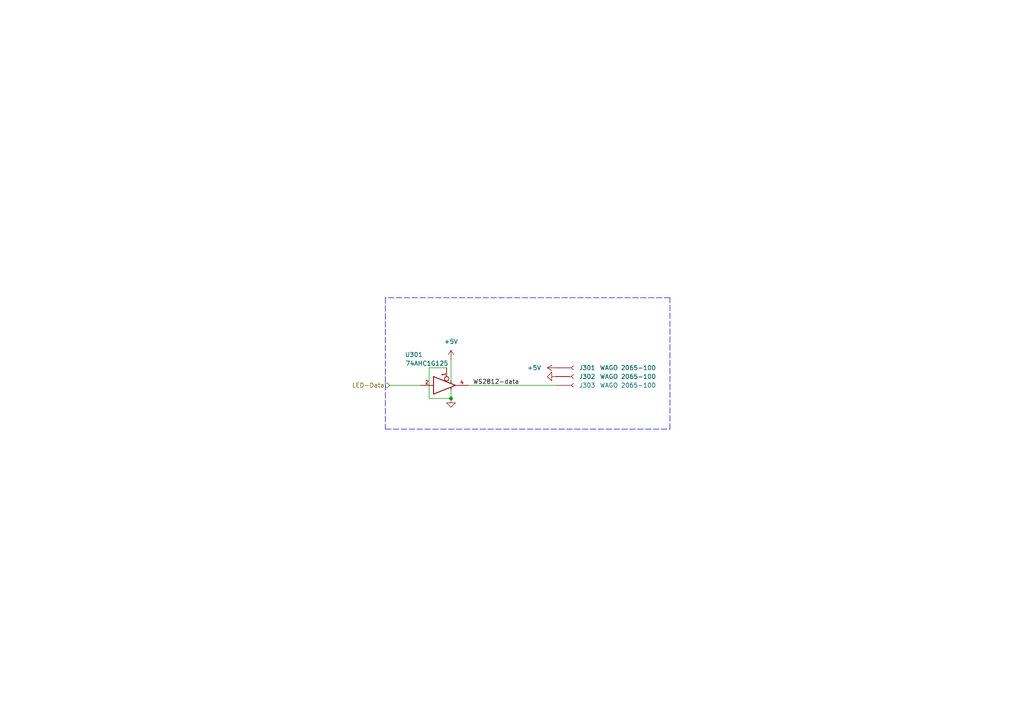
<source format=kicad_sch>
(kicad_sch (version 20250114) (generator "eeschema") (generator_version "9.0")
  (paper "A4")
  (title_block (title "LED Strip") (date "2026-02-11") (rev "2026-02-11") (company "Versio Duo"))
  (lib_symbols
    (symbol "V2_74xGxx:74AHC1G125" (pin_names (offset 1.016))
      (property "Reference" "U" (at -8.89 -3.81 0))
      (property "Value" "74AHC1G125" (at -3.81 -6.35 0))
      (symbol "74AHC1G125_0_1"
        (polyline (pts (xy -3.81 2.54) (xy -3.81 -2.54) (xy 2.54 0) (xy -3.81 2.54)) (stroke (width 0.254)))
      )
      (symbol "74AHC1G125_1_1"
        (pin input line (at -7.62 0 0) (length 3.81) (name "") (number "2"))
        (pin input inverted (at 0 5.08 270) (length 3.81) (name "") (number "1"))
        (pin power_in line (at 1.27 1.27 270) (length 0.635) (name "") (number "5"))
        (pin power_in line (at 1.27 -1.27 90) (length 0.635) (name "") (number "3"))
        (pin tri_state line (at 6.35 0 180) (length 3.81) (name "") (number "4"))
      )
    )
    (symbol "V2_Connector_WAGO:2065" (pin_numbers (hide yes)) (pin_names (offset 1.016) (hide yes))
      (property "Reference" "J" (at 1.524 0 0))
      (property "Value" "WAGO 2065-100" (at 9.144 -2.54 0))
      (symbol "2065_1_1"
        (polyline (pts (xy -1.27 0) (xy -0.508 0)) (stroke (width 0.1524)))
        (arc (start 0 -0.508) (mid -0.5058 0) (end 0 0.508) (stroke (width 0.1524)))
        (pin passive line (at -5.08 0 0) (length 3.81) (name "") (number "1"))
      )
    )
    (symbol "V2_power:+5V" (power) (pin_numbers (hide yes)) (pin_names (offset 0) (hide yes))
      (property "Value" "+5V" (at 0 5.08 0))
      (symbol "+5V_0_1"
        (polyline (pts (xy -0.762 1.27) (xy 0 2.54)))
        (polyline (pts (xy 0 2.54) (xy 0.762 1.27)))
        (polyline (pts (xy 0 0) (xy 0 2.54)))
      )
      (symbol "+5V_1_1"
        (pin power_in line (at 0 0 90) (length 0) (name "~") (number "1"))
      )
    )
    (symbol "V2_power:GND" (power) (pin_numbers (hide yes)) (pin_names (offset 0) (hide yes))
      (symbol "GND_0_1"
        (polyline (pts (xy 0 0) (xy 0 -1.27) (xy 1.27 -1.27) (xy 0 -2.54) (xy -1.27 -1.27) (xy 0 -1.27)))
      )
      (symbol "GND_1_1"
        (pin power_in line (at 0 0 270) (length 0) (name "~") (number "1"))
      )
    )
  )
  (junction (at 130.81 115.57))
  (polyline (pts (xy 194.31 86.36) (xy 111.76 86.36)) (stroke (width 0) (type dash)))
  (wire (pts (xy 113.03 111.76) (xy 121.92 111.76)))
  (wire (pts (xy 130.81 104.14) (xy 130.81 110.49)))
  (polyline (pts (xy 194.31 124.46) (xy 194.31 86.36)) (stroke (width 0) (type dash)))
  (wire (pts (xy 124.46 106.68) (xy 124.46 115.57)))
  (wire (pts (xy 135.89 111.76) (xy 161.29 111.76)))
  (wire (pts (xy 124.46 115.57) (xy 130.81 115.57)))
  (polyline (pts (xy 111.76 86.36) (xy 111.76 124.46)) (stroke (width 0) (type dash)))
  (wire (pts (xy 130.81 113.03) (xy 130.81 115.57)))
  (polyline (pts (xy 111.76 124.46) (xy 194.31 124.46)) (stroke (width 0) (type dash)))
  (wire (pts (xy 129.54 106.68) (xy 124.46 106.68)))
  (label "WS2812-data" (at 137.16 111.76 0))
  (hierarchical_label "LED-Data" (shape input) (at 113.03 111.76 180))
  (symbol (lib_id "V2_power:GND") (at 161.29 109.22 270) (unit 1)
    (property "Reference" "#PWR303" (effects (hide yes)))
    (property "Value" "GND" (effects (hide yes)))
  )
  (symbol (lib_id "V2_Connector_WAGO:2065") (at 166.37 109.22 0) (unit 1)
    (property "Reference" "J302" (at 172.72 109.22 0) (effects (justify right)))
    (property "Value" "WAGO 2065-100" (at 182.118 109.22 0))
    (property "Footprint" "V2_Connector_WAGO:2065-100" (effects (hide yes)))
    (property "Manufacturer" "WAGO" (effects (hide yes)))
    (property "Product" "2065-100/998-403" (effects (hide yes)))
  )
  (symbol (lib_id "V2_power:+5V") (at 130.81 104.14 0) (unit 1)
    (property "Reference" "#PWR301" (effects (hide yes)))
    (property "Value" "+5V" (at 130.81 99.06 0))
  )
  (symbol (lib_id "V2_power:+5V") (at 161.29 106.68 90) (unit 1)
    (property "Reference" "#PWR302" (effects (hide yes)))
    (property "Value" "+5V" (at 154.94 106.68 90))
  )
  (symbol (lib_id "V2_power:GND") (at 130.81 115.57 0) (unit 1)
    (property "Reference" "#PWR304" (effects (hide yes)))
    (property "Value" "GND" (effects (hide yes)))
  )
  (symbol (lib_id "V2_Connector_WAGO:2065") (at 166.37 111.76 0) (unit 1)
    (property "Reference" "J303" (at 172.7201 111.76 0) (effects (justify right)))
    (property "Value" "WAGO 2065-100" (at 182.118 111.76 0))
    (property "Footprint" "V2_Connector_WAGO:2065-100" (effects (hide yes)))
    (property "Manufacturer" "WAGO" (effects (hide yes)))
    (property "Product" "2065-100/998-403" (effects (hide yes)))
  )
  (symbol (lib_id "V2_74xGxx:74AHC1G125") (at 129.54 111.76 0) (unit 1)
    (property "Reference" "U301" (at 120.015 102.87 0))
    (property "Value" "74AHC1G125" (at 123.825 105.41 0))
    (property "Footprint" "V2_Package_TO_SOT_SMD:SOT-23-5" (effects (hide yes)))
    (property "Datasheet" "http://www.ti.com/lit/sg/scyt129e/scyt129e.pdf" (effects (hide yes)))
    (property "Description" "Single Buffer Gate Tri-State, Low-Voltage CMOS" (effects (hide yes)))
    (property "Mouser" "595-SN74AHC1G125DBVR" (effects (hide yes)))
    (property "Product" "SN74AHC1G125DBVR" (effects (hide yes)))
    (property "Manufacturer" "Texas Instruments" (effects (hide yes)))
  )
  (symbol (lib_id "V2_Connector_WAGO:2065") (at 166.37 106.68 0) (unit 1)
    (property "Reference" "J301" (at 172.7201 106.68 0) (effects (justify right)))
    (property "Value" "WAGO 2065-100" (at 182.118 106.68 0))
    (property "Footprint" "V2_Connector_WAGO:2065-100" (effects (hide yes)))
    (property "Manufacturer" "WAGO" (effects (hide yes)))
    (property "Product" "2065-100/998-403" (effects (hide yes)))
  )
)
</source>
